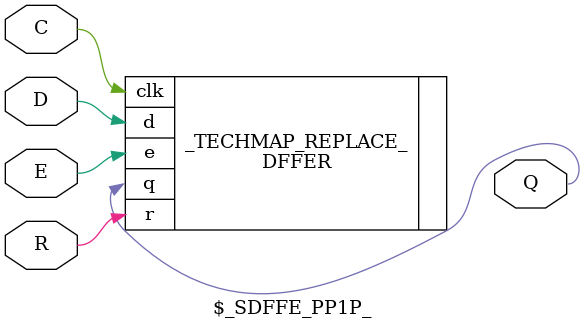
<source format=v>
/*
 *  yosys -- Yosys Open SYnthesis Suite
 *
 *  Copyright (C) 2012  Clifford Wolf <clifford@clifford.at>
 *
 *  Permission to use, copy, modify, and/or distribute this software for any
 *  purpose with or without fee is hereby granted, provided that the above
 *  copyright notice and this permission notice appear in all copies.
 *
 *  THE SOFTWARE IS PROVIDED "AS IS" AND THE AUTHOR DISCLAIMS ALL WARRANTIES
 *  WITH REGARD TO THIS SOFTWARE INCLUDING ALL IMPLIED WARRANTIES OF
 *  MERCHANTABILITY AND FITNESS. IN NO EVENT SHALL THE AUTHOR BE LIABLE FOR
 *  ANY SPECIAL, DIRECT, INDIRECT, OR CONSEQUENTIAL DAMAGES OR ANY DAMAGES
 *  WHATSOEVER RESULTING FROM LOSS OF USE, DATA OR PROFITS, WHETHER IN AN
 *  ACTION OF CONTRACT, NEGLIGENCE OR OTHER TORTIOUS ACTION, ARISING OUT OF
 *  OR IN CONNECTION WITH THE USE OR PERFORMANCE OF THIS SOFTWARE.
 *
 */

module \$lut (A, Y);
  parameter WIDTH = 0;
  parameter LUT = 0;

  (* force_downto *)
  input [WIDTH-1:0] A;
  output Y;

  generate
    if (WIDTH == 1) begin
      LUT4 #(.INIT(LUT)) _TECHMAP_REPLACE_ (.O(Y),
        .I0(A[0]), .I1(1'b0), .I2(1'b0), .I3(1'b0));
    end else
    if (WIDTH == 2) begin
      LUT4 #(.INIT(LUT)) _TECHMAP_REPLACE_ (.O(Y),
        .I0(A[0]), .I1(A[1]), .I2(1'b0), .I3(1'b0));
    end else
    if (WIDTH == 3) begin
      LUT4 #(.INIT(LUT)) _TECHMAP_REPLACE_ (.O(Y),
        .I0(A[0]), .I1(A[1]), .I2(A[2]), .I3(A[3]));
    end else
    if (WIDTH == 4) begin
      LUT4 #(.INIT(LUT)) _TECHMAP_REPLACE_ (.O(Y),
        .I0(A[0]), .I1(A[1]), .I2(A[2]), .I3(A[3]));
    end else begin
      wire _TECHMAP_FAIL_ = 1;
    end
  endgenerate
endmodule

module  \$_DFF_P_ (input D, C, E, output Q);
  parameter INIT = 1'b0;
  DFFER #(.INIT(INIT)) _TECHMAP_REPLACE_ (.d(D), .q(Q), .clk(C), .e(1'b1), .r(1'b0));
endmodule

module  \$_DFFE_PP_ (input D, C, E, output Q);
  parameter INIT = 1'b0;
  DFFER #(.INIT(INIT)) _TECHMAP_REPLACE_ (.d(D), .q(Q), .clk(C), .e(E), .r(1'b0));
endmodule

module  \$_SDFFE_PP0P_ (input D, C, E, R, output Q);
  parameter INIT = 1'b0;
  DFFER #(.INIT(INIT)) _TECHMAP_REPLACE_ (.d(D), .q(Q), .clk(C), .e(E), .r(R));
endmodule

module  \$_SDFFE_PP1P_ (input D, C, E, R, output Q);
  parameter INIT = 1'b1;
  DFFER #(.INIT(INIT)) _TECHMAP_REPLACE_ (.d(D), .q(Q), .clk(C), .e(E), .r(R));
endmodule

</source>
